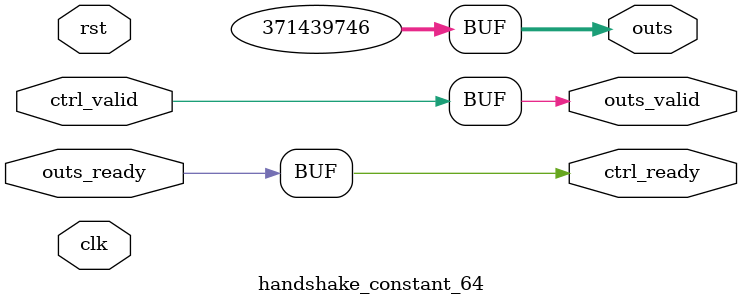
<source format=v>
`timescale 1ns / 1ps
module handshake_constant_64 #(
  parameter DATA_WIDTH = 32  // Default set to 32 bits
) (
  input                       clk,
  input                       rst,
  // Input Channel
  input                       ctrl_valid,
  output                      ctrl_ready,
  // Output Channel
  output [DATA_WIDTH - 1 : 0] outs,
  output                      outs_valid,
  input                       outs_ready
);
  assign outs       = 37'b0101000010110001000111011100010000010;
  assign outs_valid = ctrl_valid;
  assign ctrl_ready = outs_ready;

endmodule

</source>
